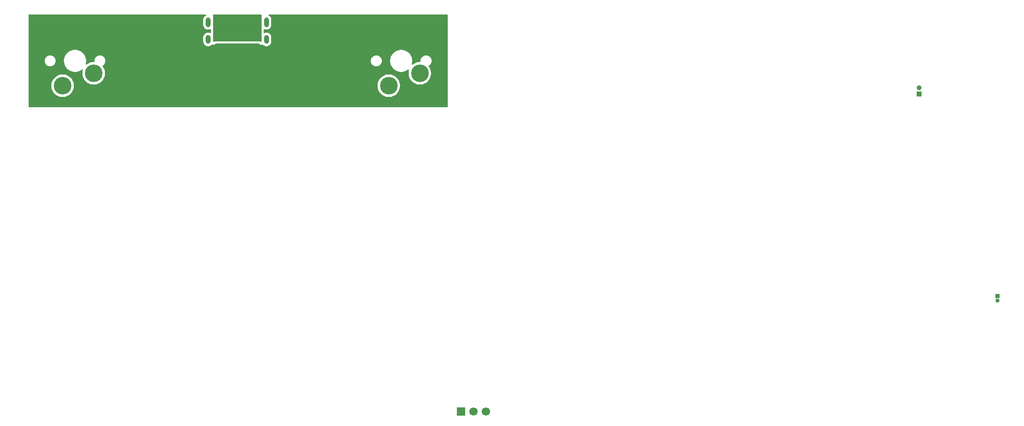
<source format=gbr>
%TF.GenerationSoftware,KiCad,Pcbnew,9.0.3*%
%TF.CreationDate,2025-07-16T09:35:22-04:00*%
%TF.ProjectId,board,626f6172-642e-46b6-9963-61645f706362,rev?*%
%TF.SameCoordinates,Original*%
%TF.FileFunction,Copper,L2,Inr*%
%TF.FilePolarity,Positive*%
%FSLAX46Y46*%
G04 Gerber Fmt 4.6, Leading zero omitted, Abs format (unit mm)*
G04 Created by KiCad (PCBNEW 9.0.3) date 2025-07-16 09:35:22*
%MOMM*%
%LPD*%
G01*
G04 APERTURE LIST*
%TA.AperFunction,ComponentPad*%
%ADD10C,3.600000*%
%TD*%
%TA.AperFunction,ComponentPad*%
%ADD11O,1.000000X2.000000*%
%TD*%
%TA.AperFunction,ComponentPad*%
%ADD12O,1.000000X1.800000*%
%TD*%
%TA.AperFunction,ComponentPad*%
%ADD13R,1.000000X1.000000*%
%TD*%
%TA.AperFunction,ComponentPad*%
%ADD14C,1.000000*%
%TD*%
%TA.AperFunction,ComponentPad*%
%ADD15R,0.850000X0.850000*%
%TD*%
%TA.AperFunction,ComponentPad*%
%ADD16C,0.850000*%
%TD*%
%TA.AperFunction,ComponentPad*%
%ADD17R,1.700000X1.700000*%
%TD*%
%TA.AperFunction,ComponentPad*%
%ADD18C,1.700000*%
%TD*%
G04 APERTURE END LIST*
D10*
%TO.N,/BUTTON_L*%
%TO.C,SW1*%
X33510000Y-32240000D03*
%TO.N,GND*%
X27160000Y-34780000D03*
%TD*%
%TO.N,/BUTTON_R*%
%TO.C,SW2*%
X100110000Y-32240000D03*
%TO.N,GND*%
X93760000Y-34780000D03*
%TD*%
D11*
%TO.N,GND*%
%TO.C,J1*%
X68780750Y-21800000D03*
X56880750Y-21800000D03*
D12*
X68780750Y-25300000D03*
X56880750Y-25300000D03*
%TD*%
D13*
%TO.N,VBAT*%
%TO.C,J2*%
X202100000Y-36500000D03*
D14*
%TO.N,GND*%
X202100000Y-35230000D03*
%TD*%
D15*
%TO.N,Net-(J3-Pin_1)*%
%TO.C,J3*%
X218110000Y-77750000D03*
D16*
%TO.N,Net-(J3-Pin_2)*%
X218110000Y-78750000D03*
%TD*%
D17*
%TO.N,Net-(J4-Pin_1)*%
%TO.C,J4*%
X108510000Y-101450000D03*
D18*
%TO.N,GND*%
X111050000Y-101450000D03*
%TO.N,Net-(J4-Pin_3)*%
X113589999Y-101450000D03*
%TD*%
%TA.AperFunction,Conductor*%
%TO.N,3V3*%
G36*
X56383680Y-20220185D02*
G01*
X56429435Y-20272989D01*
X56439379Y-20342147D01*
X56410354Y-20405703D01*
X56385532Y-20427602D01*
X56242968Y-20522860D01*
X56242964Y-20522863D01*
X56103613Y-20662214D01*
X56103610Y-20662218D01*
X55994121Y-20826079D01*
X55994114Y-20826092D01*
X55918700Y-21008160D01*
X55918697Y-21008170D01*
X55880250Y-21201456D01*
X55880250Y-21201459D01*
X55880250Y-22398541D01*
X55880250Y-22398543D01*
X55880249Y-22398543D01*
X55918697Y-22591829D01*
X55918700Y-22591839D01*
X55994114Y-22773907D01*
X55994121Y-22773920D01*
X56103610Y-22937781D01*
X56103613Y-22937785D01*
X56242964Y-23077136D01*
X56242968Y-23077139D01*
X56406829Y-23186628D01*
X56406842Y-23186635D01*
X56530174Y-23237720D01*
X56588915Y-23262051D01*
X56588919Y-23262051D01*
X56588920Y-23262052D01*
X56782206Y-23300500D01*
X56782209Y-23300500D01*
X56979293Y-23300500D01*
X57109332Y-23274632D01*
X57172585Y-23262051D01*
X57288799Y-23213913D01*
X57358266Y-23206445D01*
X57420746Y-23237720D01*
X57456398Y-23297809D01*
X57460250Y-23328475D01*
X57460250Y-23871524D01*
X57440565Y-23938563D01*
X57387761Y-23984318D01*
X57318603Y-23994262D01*
X57288798Y-23986085D01*
X57172589Y-23937950D01*
X57172579Y-23937947D01*
X56979293Y-23899500D01*
X56979291Y-23899500D01*
X56782209Y-23899500D01*
X56782207Y-23899500D01*
X56588920Y-23937947D01*
X56588910Y-23937950D01*
X56406842Y-24013364D01*
X56406829Y-24013371D01*
X56242968Y-24122860D01*
X56242964Y-24122863D01*
X56103613Y-24262214D01*
X56103610Y-24262218D01*
X55994121Y-24426079D01*
X55994114Y-24426092D01*
X55918700Y-24608160D01*
X55918697Y-24608170D01*
X55880250Y-24801456D01*
X55880250Y-24801459D01*
X55880250Y-25798541D01*
X55880250Y-25798543D01*
X55880249Y-25798543D01*
X55918697Y-25991829D01*
X55918700Y-25991839D01*
X55994114Y-26173907D01*
X55994121Y-26173920D01*
X56103610Y-26337781D01*
X56103613Y-26337785D01*
X56242964Y-26477136D01*
X56242968Y-26477139D01*
X56406829Y-26586628D01*
X56406842Y-26586635D01*
X56588910Y-26662049D01*
X56588915Y-26662051D01*
X56588919Y-26662051D01*
X56588920Y-26662052D01*
X56782206Y-26700500D01*
X56782209Y-26700500D01*
X56979293Y-26700500D01*
X57109332Y-26674632D01*
X57172585Y-26662051D01*
X57354664Y-26586632D01*
X57518532Y-26477139D01*
X57614670Y-26381000D01*
X57675991Y-26347516D01*
X57734775Y-26348996D01*
X57745834Y-26351992D01*
X57794387Y-26375381D01*
X57904330Y-26400491D01*
X57920868Y-26400493D01*
X57920901Y-26400507D01*
X57924909Y-26400506D01*
X57925089Y-26400555D01*
X57960783Y-26400549D01*
X57960783Y-26400550D01*
X58017176Y-26400541D01*
X58127129Y-26375428D01*
X58228739Y-26326481D01*
X58228742Y-26326478D01*
X58228746Y-26326476D01*
X58316909Y-26256154D01*
X58316911Y-26256152D01*
X58382484Y-26173914D01*
X58387225Y-26167968D01*
X58387226Y-26167965D01*
X58390928Y-26162075D01*
X58392693Y-26163184D01*
X58432738Y-26118836D01*
X58497631Y-26100500D01*
X67163924Y-26100500D01*
X67230963Y-26120185D01*
X67268933Y-26163109D01*
X67270617Y-26162052D01*
X67274320Y-26167948D01*
X67344617Y-26256110D01*
X67344623Y-26256116D01*
X67344624Y-26256117D01*
X67414965Y-26312223D01*
X67432787Y-26326438D01*
X67534387Y-26375381D01*
X67534389Y-26375382D01*
X67629234Y-26397043D01*
X67644330Y-26400491D01*
X67648419Y-26400491D01*
X67650386Y-26400508D01*
X67651421Y-26400525D01*
X67651525Y-26400557D01*
X67700783Y-26400549D01*
X67700783Y-26400550D01*
X67757176Y-26400541D01*
X67867129Y-26375428D01*
X67905372Y-26357006D01*
X67974312Y-26345646D01*
X68038449Y-26373361D01*
X68046867Y-26381039D01*
X68142964Y-26477136D01*
X68142968Y-26477139D01*
X68306829Y-26586628D01*
X68306842Y-26586635D01*
X68488910Y-26662049D01*
X68488915Y-26662051D01*
X68488919Y-26662051D01*
X68488920Y-26662052D01*
X68682206Y-26700500D01*
X68682209Y-26700500D01*
X68879293Y-26700500D01*
X69009332Y-26674632D01*
X69072585Y-26662051D01*
X69254664Y-26586632D01*
X69418532Y-26477139D01*
X69557889Y-26337782D01*
X69667382Y-26173914D01*
X69669845Y-26167969D01*
X69742799Y-25991839D01*
X69742801Y-25991835D01*
X69761250Y-25899086D01*
X69781250Y-25798543D01*
X69781250Y-24801456D01*
X69742802Y-24608170D01*
X69742801Y-24608169D01*
X69742801Y-24608165D01*
X69742799Y-24608160D01*
X69667385Y-24426092D01*
X69667378Y-24426079D01*
X69557889Y-24262218D01*
X69557886Y-24262214D01*
X69418535Y-24122863D01*
X69418531Y-24122860D01*
X69254670Y-24013371D01*
X69254657Y-24013364D01*
X69072589Y-23937950D01*
X69072579Y-23937947D01*
X68879293Y-23899500D01*
X68879291Y-23899500D01*
X68682209Y-23899500D01*
X68682207Y-23899500D01*
X68488920Y-23937947D01*
X68488910Y-23937950D01*
X68372702Y-23986085D01*
X68303233Y-23993554D01*
X68240754Y-23962278D01*
X68205102Y-23902189D01*
X68201250Y-23871524D01*
X68201250Y-23328475D01*
X68220935Y-23261436D01*
X68273739Y-23215681D01*
X68342897Y-23205737D01*
X68372697Y-23213912D01*
X68488915Y-23262051D01*
X68488919Y-23262051D01*
X68488920Y-23262052D01*
X68682206Y-23300500D01*
X68682209Y-23300500D01*
X68879293Y-23300500D01*
X69009332Y-23274632D01*
X69072585Y-23262051D01*
X69254664Y-23186632D01*
X69418532Y-23077139D01*
X69557889Y-22937782D01*
X69667382Y-22773914D01*
X69742801Y-22591835D01*
X69781250Y-22398541D01*
X69781250Y-21201459D01*
X69781250Y-21201456D01*
X69742802Y-21008170D01*
X69742801Y-21008169D01*
X69742801Y-21008165D01*
X69742799Y-21008160D01*
X69667385Y-20826092D01*
X69667378Y-20826079D01*
X69557889Y-20662218D01*
X69557886Y-20662214D01*
X69418535Y-20522863D01*
X69418531Y-20522860D01*
X69275968Y-20427602D01*
X69231163Y-20373990D01*
X69222456Y-20304665D01*
X69252611Y-20241637D01*
X69312054Y-20204918D01*
X69344859Y-20200500D01*
X105675500Y-20200500D01*
X105742539Y-20220185D01*
X105788294Y-20272989D01*
X105799500Y-20324500D01*
X105799500Y-39075500D01*
X105779815Y-39142539D01*
X105727011Y-39188294D01*
X105675500Y-39199500D01*
X20324500Y-39199500D01*
X20257461Y-39179815D01*
X20211706Y-39127011D01*
X20200500Y-39075500D01*
X20200500Y-34629223D01*
X24859500Y-34629223D01*
X24859500Y-34930776D01*
X24859501Y-34930793D01*
X24898861Y-35229766D01*
X24976913Y-35521060D01*
X25092314Y-35799661D01*
X25092318Y-35799671D01*
X25243099Y-36060831D01*
X25426679Y-36300078D01*
X25426685Y-36300085D01*
X25639914Y-36513314D01*
X25639921Y-36513320D01*
X25879168Y-36696900D01*
X26140328Y-36847681D01*
X26140329Y-36847681D01*
X26140332Y-36847683D01*
X26326072Y-36924619D01*
X26418939Y-36963086D01*
X26418940Y-36963086D01*
X26418942Y-36963087D01*
X26710232Y-37041138D01*
X27009217Y-37080500D01*
X27009224Y-37080500D01*
X27310776Y-37080500D01*
X27310783Y-37080500D01*
X27609768Y-37041138D01*
X27901058Y-36963087D01*
X28179668Y-36847683D01*
X28440832Y-36696900D01*
X28680080Y-36513319D01*
X28893319Y-36300080D01*
X29076900Y-36060832D01*
X29227683Y-35799668D01*
X29343087Y-35521058D01*
X29421138Y-35229768D01*
X29460500Y-34930783D01*
X29460500Y-34629223D01*
X91459500Y-34629223D01*
X91459500Y-34930776D01*
X91459501Y-34930793D01*
X91498861Y-35229766D01*
X91576913Y-35521060D01*
X91692314Y-35799661D01*
X91692318Y-35799671D01*
X91843099Y-36060831D01*
X92026679Y-36300078D01*
X92026685Y-36300085D01*
X92239914Y-36513314D01*
X92239921Y-36513320D01*
X92479168Y-36696900D01*
X92740328Y-36847681D01*
X92740329Y-36847681D01*
X92740332Y-36847683D01*
X92926072Y-36924619D01*
X93018939Y-36963086D01*
X93018940Y-36963086D01*
X93018942Y-36963087D01*
X93310232Y-37041138D01*
X93609217Y-37080500D01*
X93609224Y-37080500D01*
X93910776Y-37080500D01*
X93910783Y-37080500D01*
X94209768Y-37041138D01*
X94501058Y-36963087D01*
X94779668Y-36847683D01*
X95040832Y-36696900D01*
X95280080Y-36513319D01*
X95493319Y-36300080D01*
X95676900Y-36060832D01*
X95827683Y-35799668D01*
X95943087Y-35521058D01*
X96021138Y-35229768D01*
X96060500Y-34930783D01*
X96060500Y-34629217D01*
X96021138Y-34330232D01*
X95943087Y-34038942D01*
X95915905Y-33973320D01*
X95827685Y-33760338D01*
X95827681Y-33760328D01*
X95676900Y-33499168D01*
X95493320Y-33259921D01*
X95493314Y-33259914D01*
X95280085Y-33046685D01*
X95280078Y-33046679D01*
X95040831Y-32863099D01*
X94779671Y-32712318D01*
X94779661Y-32712314D01*
X94501060Y-32596913D01*
X94209766Y-32518861D01*
X93910793Y-32479501D01*
X93910788Y-32479500D01*
X93910783Y-32479500D01*
X93609217Y-32479500D01*
X93609211Y-32479500D01*
X93609206Y-32479501D01*
X93310233Y-32518861D01*
X93018939Y-32596913D01*
X92740338Y-32712314D01*
X92740328Y-32712318D01*
X92479168Y-32863099D01*
X92239921Y-33046679D01*
X92239914Y-33046685D01*
X92026685Y-33259914D01*
X92026679Y-33259921D01*
X91843099Y-33499168D01*
X91692318Y-33760328D01*
X91692314Y-33760338D01*
X91576913Y-34038939D01*
X91498861Y-34330233D01*
X91459501Y-34629206D01*
X91459500Y-34629223D01*
X29460500Y-34629223D01*
X29460500Y-34629217D01*
X29421138Y-34330232D01*
X29343087Y-34038942D01*
X29315905Y-33973320D01*
X29227685Y-33760338D01*
X29227681Y-33760328D01*
X29076900Y-33499168D01*
X28893320Y-33259921D01*
X28893314Y-33259914D01*
X28680085Y-33046685D01*
X28680078Y-33046679D01*
X28440831Y-32863099D01*
X28179671Y-32712318D01*
X28179661Y-32712314D01*
X27901060Y-32596913D01*
X27609766Y-32518861D01*
X27310793Y-32479501D01*
X27310788Y-32479500D01*
X27310783Y-32479500D01*
X27009217Y-32479500D01*
X27009211Y-32479500D01*
X27009206Y-32479501D01*
X26710233Y-32518861D01*
X26418939Y-32596913D01*
X26140338Y-32712314D01*
X26140328Y-32712318D01*
X25879168Y-32863099D01*
X25639921Y-33046679D01*
X25639914Y-33046685D01*
X25426685Y-33259914D01*
X25426679Y-33259921D01*
X25243099Y-33499168D01*
X25092318Y-33760328D01*
X25092314Y-33760338D01*
X24976913Y-34038939D01*
X24898861Y-34330233D01*
X24859501Y-34629206D01*
X24859500Y-34629223D01*
X20200500Y-34629223D01*
X20200500Y-29611421D01*
X23494500Y-29611421D01*
X23494500Y-29788578D01*
X23522214Y-29963556D01*
X23576956Y-30132039D01*
X23576957Y-30132042D01*
X23657386Y-30289890D01*
X23761517Y-30433214D01*
X23886786Y-30558483D01*
X24030110Y-30662614D01*
X24098577Y-30697500D01*
X24187957Y-30743042D01*
X24187960Y-30743043D01*
X24272201Y-30770414D01*
X24356445Y-30797786D01*
X24531421Y-30825500D01*
X24531422Y-30825500D01*
X24708578Y-30825500D01*
X24708579Y-30825500D01*
X24883555Y-30797786D01*
X25052042Y-30743042D01*
X25209890Y-30662614D01*
X25353214Y-30558483D01*
X25478483Y-30433214D01*
X25582614Y-30289890D01*
X25663042Y-30132042D01*
X25717786Y-29963555D01*
X25745500Y-29788579D01*
X25745500Y-29611421D01*
X25736165Y-29552486D01*
X27449500Y-29552486D01*
X27449500Y-29847513D01*
X27477069Y-30056913D01*
X27488007Y-30139993D01*
X27543938Y-30348732D01*
X27564361Y-30424951D01*
X27564364Y-30424961D01*
X27677254Y-30697500D01*
X27677258Y-30697510D01*
X27824761Y-30952993D01*
X28004352Y-31187040D01*
X28004358Y-31187047D01*
X28212952Y-31395641D01*
X28212959Y-31395647D01*
X28447006Y-31575238D01*
X28702489Y-31722741D01*
X28702490Y-31722741D01*
X28702493Y-31722743D01*
X28975048Y-31835639D01*
X29260007Y-31911993D01*
X29552494Y-31950500D01*
X29552501Y-31950500D01*
X29847499Y-31950500D01*
X29847506Y-31950500D01*
X30139993Y-31911993D01*
X30424952Y-31835639D01*
X30697507Y-31722743D01*
X30952994Y-31575238D01*
X31108151Y-31456181D01*
X31173318Y-31430988D01*
X31241763Y-31445026D01*
X31291753Y-31493840D01*
X31307417Y-31561931D01*
X31303411Y-31586651D01*
X31248861Y-31790233D01*
X31209501Y-32089206D01*
X31209500Y-32089223D01*
X31209500Y-32390776D01*
X31209501Y-32390793D01*
X31248861Y-32689766D01*
X31326913Y-32981060D01*
X31442314Y-33259661D01*
X31442318Y-33259671D01*
X31593099Y-33520831D01*
X31776679Y-33760078D01*
X31776685Y-33760085D01*
X31989914Y-33973314D01*
X31989921Y-33973320D01*
X32229168Y-34156900D01*
X32490328Y-34307681D01*
X32490329Y-34307681D01*
X32490332Y-34307683D01*
X32676072Y-34384619D01*
X32768939Y-34423086D01*
X32768940Y-34423086D01*
X32768942Y-34423087D01*
X33060232Y-34501138D01*
X33359217Y-34540500D01*
X33359224Y-34540500D01*
X33660776Y-34540500D01*
X33660783Y-34540500D01*
X33959768Y-34501138D01*
X34251058Y-34423087D01*
X34529668Y-34307683D01*
X34790832Y-34156900D01*
X35030080Y-33973319D01*
X35243319Y-33760080D01*
X35426900Y-33520832D01*
X35577683Y-33259668D01*
X35693087Y-32981058D01*
X35771138Y-32689768D01*
X35810500Y-32390783D01*
X35810500Y-32089217D01*
X35771138Y-31790232D01*
X35693087Y-31498942D01*
X35577683Y-31220332D01*
X35426900Y-30959168D01*
X35337727Y-30842955D01*
X35312533Y-30777786D01*
X35326571Y-30709341D01*
X35366758Y-30666593D01*
X35365948Y-30665478D01*
X35369891Y-30662613D01*
X35513214Y-30558483D01*
X35638483Y-30433214D01*
X35742614Y-30289890D01*
X35823042Y-30132042D01*
X35877786Y-29963555D01*
X35905500Y-29788579D01*
X35905500Y-29611421D01*
X90094500Y-29611421D01*
X90094500Y-29788578D01*
X90122214Y-29963556D01*
X90176956Y-30132039D01*
X90176957Y-30132042D01*
X90257386Y-30289890D01*
X90361517Y-30433214D01*
X90486786Y-30558483D01*
X90630110Y-30662614D01*
X90698577Y-30697500D01*
X90787957Y-30743042D01*
X90787960Y-30743043D01*
X90872201Y-30770414D01*
X90956445Y-30797786D01*
X91131421Y-30825500D01*
X91131422Y-30825500D01*
X91308578Y-30825500D01*
X91308579Y-30825500D01*
X91483555Y-30797786D01*
X91652042Y-30743042D01*
X91809890Y-30662614D01*
X91953214Y-30558483D01*
X92078483Y-30433214D01*
X92182614Y-30289890D01*
X92263042Y-30132042D01*
X92317786Y-29963555D01*
X92345500Y-29788579D01*
X92345500Y-29611421D01*
X92336165Y-29552486D01*
X94049500Y-29552486D01*
X94049500Y-29847513D01*
X94077069Y-30056913D01*
X94088007Y-30139993D01*
X94143938Y-30348732D01*
X94164361Y-30424951D01*
X94164364Y-30424961D01*
X94277254Y-30697500D01*
X94277258Y-30697510D01*
X94424761Y-30952993D01*
X94604352Y-31187040D01*
X94604358Y-31187047D01*
X94812952Y-31395641D01*
X94812959Y-31395647D01*
X95047006Y-31575238D01*
X95302489Y-31722741D01*
X95302490Y-31722741D01*
X95302493Y-31722743D01*
X95575048Y-31835639D01*
X95860007Y-31911993D01*
X96152494Y-31950500D01*
X96152501Y-31950500D01*
X96447499Y-31950500D01*
X96447506Y-31950500D01*
X96739993Y-31911993D01*
X97024952Y-31835639D01*
X97297507Y-31722743D01*
X97552994Y-31575238D01*
X97708151Y-31456181D01*
X97773318Y-31430988D01*
X97841763Y-31445026D01*
X97891753Y-31493840D01*
X97907417Y-31561931D01*
X97903411Y-31586651D01*
X97848861Y-31790233D01*
X97809501Y-32089206D01*
X97809500Y-32089223D01*
X97809500Y-32390776D01*
X97809501Y-32390793D01*
X97848861Y-32689766D01*
X97926913Y-32981060D01*
X98042314Y-33259661D01*
X98042318Y-33259671D01*
X98193099Y-33520831D01*
X98376679Y-33760078D01*
X98376685Y-33760085D01*
X98589914Y-33973314D01*
X98589921Y-33973320D01*
X98829168Y-34156900D01*
X99090328Y-34307681D01*
X99090329Y-34307681D01*
X99090332Y-34307683D01*
X99276072Y-34384619D01*
X99368939Y-34423086D01*
X99368940Y-34423086D01*
X99368942Y-34423087D01*
X99660232Y-34501138D01*
X99959217Y-34540500D01*
X99959224Y-34540500D01*
X100260776Y-34540500D01*
X100260783Y-34540500D01*
X100559768Y-34501138D01*
X100851058Y-34423087D01*
X101129668Y-34307683D01*
X101390832Y-34156900D01*
X101630080Y-33973319D01*
X101843319Y-33760080D01*
X102026900Y-33520832D01*
X102177683Y-33259668D01*
X102293087Y-32981058D01*
X102371138Y-32689768D01*
X102410500Y-32390783D01*
X102410500Y-32089217D01*
X102371138Y-31790232D01*
X102293087Y-31498942D01*
X102177683Y-31220332D01*
X102026900Y-30959168D01*
X101937727Y-30842955D01*
X101912533Y-30777786D01*
X101926571Y-30709341D01*
X101966758Y-30666593D01*
X101965948Y-30665478D01*
X101969891Y-30662613D01*
X102113214Y-30558483D01*
X102238483Y-30433214D01*
X102342614Y-30289890D01*
X102423042Y-30132042D01*
X102477786Y-29963555D01*
X102505500Y-29788579D01*
X102505500Y-29611421D01*
X102477786Y-29436445D01*
X102423042Y-29267958D01*
X102423042Y-29267957D01*
X102342613Y-29110109D01*
X102238483Y-28966786D01*
X102113214Y-28841517D01*
X101969890Y-28737386D01*
X101812042Y-28656957D01*
X101812039Y-28656956D01*
X101643556Y-28602214D01*
X101556067Y-28588357D01*
X101468579Y-28574500D01*
X101291421Y-28574500D01*
X101233095Y-28583738D01*
X101116443Y-28602214D01*
X100947960Y-28656956D01*
X100947957Y-28656957D01*
X100790109Y-28737386D01*
X100708338Y-28796796D01*
X100646786Y-28841517D01*
X100646784Y-28841519D01*
X100646783Y-28841519D01*
X100521519Y-28966783D01*
X100521519Y-28966784D01*
X100521517Y-28966786D01*
X100476796Y-29028338D01*
X100417386Y-29110109D01*
X100336957Y-29267957D01*
X100336956Y-29267960D01*
X100282214Y-29436443D01*
X100263833Y-29552494D01*
X100254500Y-29611421D01*
X100254500Y-29788579D01*
X100255691Y-29796102D01*
X100246739Y-29865393D01*
X100201744Y-29918846D01*
X100134993Y-29939487D01*
X100133219Y-29939500D01*
X99959217Y-29939500D01*
X99959211Y-29939500D01*
X99959206Y-29939501D01*
X99660233Y-29978861D01*
X99368939Y-30056913D01*
X99090338Y-30172314D01*
X99090328Y-30172318D01*
X98829168Y-30323099D01*
X98657945Y-30454482D01*
X98592775Y-30479676D01*
X98524331Y-30465637D01*
X98474341Y-30416823D01*
X98458678Y-30348732D01*
X98462681Y-30324027D01*
X98511993Y-30139993D01*
X98550500Y-29847506D01*
X98550500Y-29552494D01*
X98511993Y-29260007D01*
X98435639Y-28975048D01*
X98322743Y-28702493D01*
X98296453Y-28656958D01*
X98175238Y-28447006D01*
X97995647Y-28212959D01*
X97995641Y-28212952D01*
X97787047Y-28004358D01*
X97787040Y-28004352D01*
X97552993Y-27824761D01*
X97297510Y-27677258D01*
X97297500Y-27677254D01*
X97024961Y-27564364D01*
X97024954Y-27564362D01*
X97024952Y-27564361D01*
X96739993Y-27488007D01*
X96691113Y-27481571D01*
X96447513Y-27449500D01*
X96447506Y-27449500D01*
X96152494Y-27449500D01*
X96152486Y-27449500D01*
X95874085Y-27486153D01*
X95860007Y-27488007D01*
X95575048Y-27564361D01*
X95575038Y-27564364D01*
X95302499Y-27677254D01*
X95302489Y-27677258D01*
X95047006Y-27824761D01*
X94812959Y-28004352D01*
X94812952Y-28004358D01*
X94604358Y-28212952D01*
X94604352Y-28212959D01*
X94424761Y-28447006D01*
X94277258Y-28702489D01*
X94277254Y-28702499D01*
X94164364Y-28975038D01*
X94164361Y-28975048D01*
X94128172Y-29110110D01*
X94088008Y-29260004D01*
X94088006Y-29260015D01*
X94049500Y-29552486D01*
X92336165Y-29552486D01*
X92317786Y-29436445D01*
X92263042Y-29267958D01*
X92263042Y-29267957D01*
X92182613Y-29110109D01*
X92078483Y-28966786D01*
X91953214Y-28841517D01*
X91809890Y-28737386D01*
X91652042Y-28656957D01*
X91652039Y-28656956D01*
X91483556Y-28602214D01*
X91396067Y-28588357D01*
X91308579Y-28574500D01*
X91131421Y-28574500D01*
X91073095Y-28583738D01*
X90956443Y-28602214D01*
X90787960Y-28656956D01*
X90787957Y-28656957D01*
X90630109Y-28737386D01*
X90548338Y-28796796D01*
X90486786Y-28841517D01*
X90486784Y-28841519D01*
X90486783Y-28841519D01*
X90361519Y-28966783D01*
X90361519Y-28966784D01*
X90361517Y-28966786D01*
X90316796Y-29028338D01*
X90257386Y-29110109D01*
X90176957Y-29267957D01*
X90176956Y-29267960D01*
X90122214Y-29436443D01*
X90094500Y-29611421D01*
X35905500Y-29611421D01*
X35877786Y-29436445D01*
X35823042Y-29267958D01*
X35823042Y-29267957D01*
X35742613Y-29110109D01*
X35638483Y-28966786D01*
X35513214Y-28841517D01*
X35369890Y-28737386D01*
X35212042Y-28656957D01*
X35212039Y-28656956D01*
X35043556Y-28602214D01*
X34956067Y-28588357D01*
X34868579Y-28574500D01*
X34691421Y-28574500D01*
X34633095Y-28583738D01*
X34516443Y-28602214D01*
X34347960Y-28656956D01*
X34347957Y-28656957D01*
X34190109Y-28737386D01*
X34108338Y-28796796D01*
X34046786Y-28841517D01*
X34046784Y-28841519D01*
X34046783Y-28841519D01*
X33921519Y-28966783D01*
X33921519Y-28966784D01*
X33921517Y-28966786D01*
X33876796Y-29028338D01*
X33817386Y-29110109D01*
X33736957Y-29267957D01*
X33736956Y-29267960D01*
X33682214Y-29436443D01*
X33663833Y-29552494D01*
X33654500Y-29611421D01*
X33654500Y-29788579D01*
X33655691Y-29796102D01*
X33646739Y-29865393D01*
X33601744Y-29918846D01*
X33534993Y-29939487D01*
X33533219Y-29939500D01*
X33359217Y-29939500D01*
X33359211Y-29939500D01*
X33359206Y-29939501D01*
X33060233Y-29978861D01*
X32768939Y-30056913D01*
X32490338Y-30172314D01*
X32490328Y-30172318D01*
X32229168Y-30323099D01*
X32057945Y-30454482D01*
X31992775Y-30479676D01*
X31924331Y-30465637D01*
X31874341Y-30416823D01*
X31858678Y-30348732D01*
X31862681Y-30324027D01*
X31911993Y-30139993D01*
X31950500Y-29847506D01*
X31950500Y-29552494D01*
X31911993Y-29260007D01*
X31835639Y-28975048D01*
X31722743Y-28702493D01*
X31696453Y-28656958D01*
X31575238Y-28447006D01*
X31395647Y-28212959D01*
X31395641Y-28212952D01*
X31187047Y-28004358D01*
X31187040Y-28004352D01*
X30952993Y-27824761D01*
X30697510Y-27677258D01*
X30697500Y-27677254D01*
X30424961Y-27564364D01*
X30424954Y-27564362D01*
X30424952Y-27564361D01*
X30139993Y-27488007D01*
X30091113Y-27481571D01*
X29847513Y-27449500D01*
X29847506Y-27449500D01*
X29552494Y-27449500D01*
X29552486Y-27449500D01*
X29274085Y-27486153D01*
X29260007Y-27488007D01*
X28975048Y-27564361D01*
X28975038Y-27564364D01*
X28702499Y-27677254D01*
X28702489Y-27677258D01*
X28447006Y-27824761D01*
X28212959Y-28004352D01*
X28212952Y-28004358D01*
X28004358Y-28212952D01*
X28004352Y-28212959D01*
X27824761Y-28447006D01*
X27677258Y-28702489D01*
X27677254Y-28702499D01*
X27564364Y-28975038D01*
X27564361Y-28975048D01*
X27528172Y-29110110D01*
X27488008Y-29260004D01*
X27488006Y-29260015D01*
X27449500Y-29552486D01*
X25736165Y-29552486D01*
X25717786Y-29436445D01*
X25663042Y-29267958D01*
X25663042Y-29267957D01*
X25582613Y-29110109D01*
X25478483Y-28966786D01*
X25353214Y-28841517D01*
X25209890Y-28737386D01*
X25052042Y-28656957D01*
X25052039Y-28656956D01*
X24883556Y-28602214D01*
X24796067Y-28588357D01*
X24708579Y-28574500D01*
X24531421Y-28574500D01*
X24473095Y-28583738D01*
X24356443Y-28602214D01*
X24187960Y-28656956D01*
X24187957Y-28656957D01*
X24030109Y-28737386D01*
X23948338Y-28796796D01*
X23886786Y-28841517D01*
X23886784Y-28841519D01*
X23886783Y-28841519D01*
X23761519Y-28966783D01*
X23761519Y-28966784D01*
X23761517Y-28966786D01*
X23716796Y-29028338D01*
X23657386Y-29110109D01*
X23576957Y-29267957D01*
X23576956Y-29267960D01*
X23522214Y-29436443D01*
X23494500Y-29611421D01*
X20200500Y-29611421D01*
X20200500Y-20324500D01*
X20220185Y-20257461D01*
X20272989Y-20211706D01*
X20324500Y-20200500D01*
X56316641Y-20200500D01*
X56383680Y-20220185D01*
G37*
%TD.AperFunction*%
%TA.AperFunction,Conductor*%
G36*
X67743289Y-20220185D02*
G01*
X67789044Y-20272989D01*
X67800250Y-20324500D01*
X67800250Y-21088701D01*
X67797867Y-21112893D01*
X67780250Y-21201456D01*
X67780250Y-22398543D01*
X67797867Y-22487106D01*
X67800250Y-22511298D01*
X67800250Y-24688701D01*
X67797867Y-24712893D01*
X67780250Y-24801456D01*
X67780250Y-25696588D01*
X67760565Y-25763627D01*
X67707761Y-25809382D01*
X67638603Y-25819326D01*
X67575047Y-25790301D01*
X67568569Y-25784269D01*
X67514324Y-25730024D01*
X67440633Y-25699500D01*
X67440632Y-25699500D01*
X58300632Y-25699500D01*
X58220868Y-25699500D01*
X58220866Y-25699500D01*
X58147175Y-25730024D01*
X58147174Y-25730025D01*
X58092931Y-25784269D01*
X58031608Y-25817754D01*
X57961916Y-25812770D01*
X57905983Y-25770898D01*
X57881566Y-25705434D01*
X57881250Y-25696588D01*
X57881250Y-24801456D01*
X57863633Y-24712893D01*
X57861250Y-24688701D01*
X57861250Y-22511298D01*
X57863633Y-22487106D01*
X57881250Y-22398543D01*
X57881250Y-21201456D01*
X57863633Y-21112893D01*
X57861250Y-21088701D01*
X57861250Y-20324500D01*
X57880935Y-20257461D01*
X57933739Y-20211706D01*
X57985250Y-20200500D01*
X67676250Y-20200500D01*
X67743289Y-20220185D01*
G37*
%TD.AperFunction*%
%TD*%
M02*

</source>
